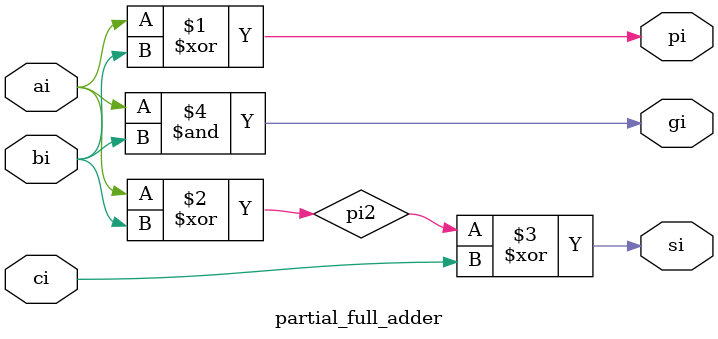
<source format=v>

module adder_carry(a,b,cin, sum, cout);

input [7:0]a, b;
input cin;
output [7:0] sum;
output cout;
wire [7:0]p,g;
wire [6:0]c;

partial_full_adder p_adder_0(p[0],sum[0],g[0],a[0],b[0],cin);
assign c[0]=g[0]|(p[0]&cin);

genvar        i ;
generate
    for(i=1; i<7 ; i=i+1) begin: adder_gen
    partial_full_adder  p_adder(
            .pi     (p[i]),
            .si     (sum[i]),
            .gi     (g[i]),
            .ai     (a[i]),
            .bi    (b[i]),
            .ci    (c[i-1]));

    assign c[i]=g[i]|(p[i]&c[i-1]);
    end
endgenerate

partial_full_adder p_adder_1(p[7],sum[7],g[7],a[7],b[7],c[6]);
assign cout=g[7]|(p[7]&c[6]);
endmodule

//Partial Full adder code
module partial_full_adder(pi,si,gi,ai,bi,ci);
output pi;
output si;
output gi;
input ai;
input bi;
input ci;

wire pi2;
xor (pi,ai,bi);
xor (pi2,ai,bi);
xor (si,pi2,ci);
and (gi,ai,bi);
endmodule
</source>
